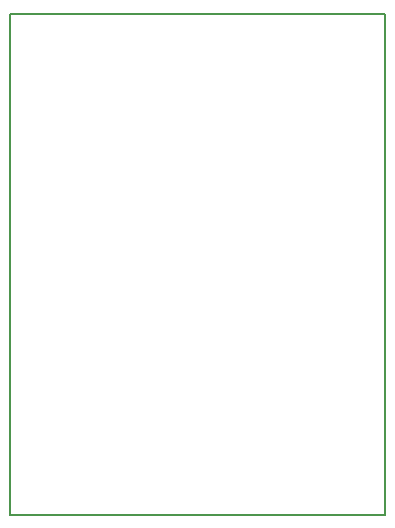
<source format=gm1>
G04 #@! TF.FileFunction,Profile,NP*
%FSLAX46Y46*%
G04 Gerber Fmt 4.6, Leading zero omitted, Abs format (unit mm)*
G04 Created by KiCad (PCBNEW 4.0.1-stable) date Wednesday, August 10, 2016 'PMt' 06:55:05 PM*
%MOMM*%
G01*
G04 APERTURE LIST*
%ADD10C,0.100000*%
%ADD11C,0.150000*%
G04 APERTURE END LIST*
D10*
D11*
X105410000Y-136398000D02*
X105410000Y-94020000D01*
X137160000Y-136398000D02*
X105410000Y-136398000D01*
X137160000Y-93980000D02*
X137160000Y-136398000D01*
X105410000Y-94020000D02*
X137160000Y-93980000D01*
M02*

</source>
